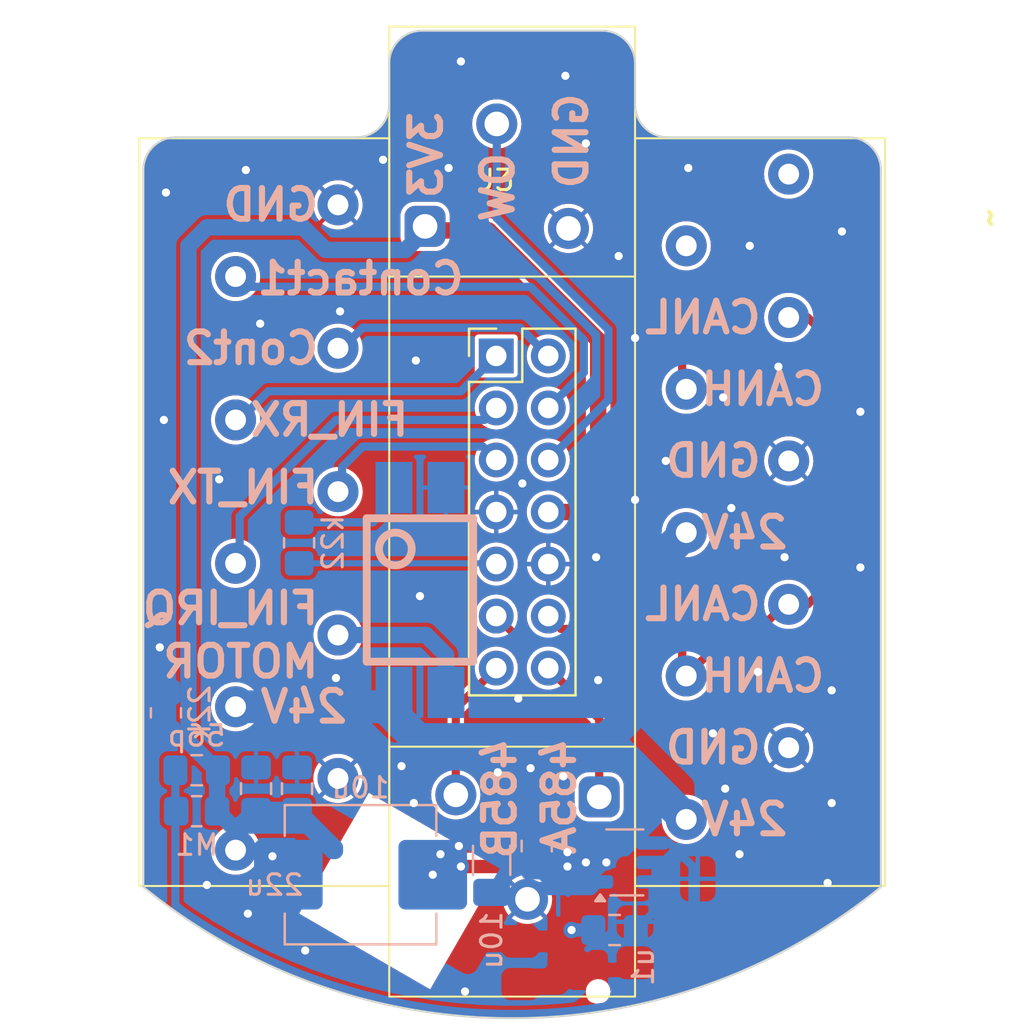
<source format=kicad_pcb>
(kicad_pcb (version 20240108) (generator "pcbnew") (generator_version "8.0")
  (layers (0 "F.Cu" signal) (31 "B.Cu" signal) (34 "B.Paste" user) (35 "F.Paste" user) (36 "B.SilkS" user "B.Silkscreen") (37 "F.SilkS" user "F.Silkscreen") (38 "B.Mask" user) (39 "F.Mask" user) (44 "Edge.Cuts" user))
  (net 0 "")
  (net 1 "RS485B")
  (net 2 "CANL")
  (net 3 "RS485A")
  (net 4 "CANH")
  (net 5 "GND")
  (net 6 "+3V3")
  (net 7 "+24V")
  (net 8 "/BOOT")
  (net 9 "/SW")
  (net 10 "/FB")
  (net 12 "ONE_WIRE")
  (net 13 "FINGER_RX")
  (net 16 "FINGER_TX")
  (net 17 "FINGER_IRQ")
  (net 18 "MOTOR1")
  (net 19 "Net-(R3-Pad1)")
  (net 20 "MOTOR")
  (net 21 "CONTACT1")
  (net 22 "CONTACT2")
  (footprint "liebler_CONN:WAGO_250_203A" (layer "F.Cu") (at 100 82.4 180)
    (property "Reference" "J3" (at 0.75 -1.4 180) (layer "F.SilkS"))
    (property "Value" "GND T0 T1")
    (fp_rect (start -6 -6.1) (end 6 6.1) (stroke (width 0.1)) (fill none) (layer "F.SilkS"))
    (pad "1" thru_hole roundrect (at 4.25 -3.65 180) (size 2 2) (drill 1.2) (layers "*.Cu" "*.Mask") (net 6 "+3V3"))
    (pad "2" thru_hole circle (at 0.75 1.35 180) (size 2 2) (drill 1.2) (layers "*.Cu" "*.Mask") (net 12 "ONE_WIRE"))
    (pad "3" thru_hole circle (at -2.75 -3.75 180) (size 2 2) (drill 1.2) (layers "*.Cu" "*.Mask") (net 5 "GND"))
  )
  (footprint "Connector_PinHeader_2.54mm:PinHeader_2x07_P2.54mm_Vertical" (layer "F.Cu") (at 99.225 92.375)
    (property "Reference" "J1" (hide yes))
    (property "Value" "BaseConnect")
    (fp_line (start -1.33 -1.33) (end 0 -1.33) (stroke (width 0.12)) (layer "F.SilkS"))
    (fp_line (start -1.33 0) (end -1.33 -1.33) (stroke (width 0.12)) (layer "F.SilkS"))
    (fp_line (start -1.33 1.27) (end -1.33 16.57) (stroke (width 0.12)) (layer "F.SilkS"))
    (fp_line (start -1.33 1.27) (end 1.27 1.27) (stroke (width 0.12)) (layer "F.SilkS"))
    (fp_line (start -1.33 16.57) (end 3.87 16.57) (stroke (width 0.12)) (layer "F.SilkS"))
    (fp_line (start 1.27 -1.33) (end 3.87 -1.33) (stroke (width 0.12)) (layer "F.SilkS"))
    (fp_line (start 1.27 1.27) (end 1.27 -1.33) (stroke (width 0.12)) (layer "F.SilkS"))
    (fp_line (start 3.87 -1.33) (end 3.87 16.57) (stroke (width 0.12)) (layer "F.SilkS"))
    (pad "1" thru_hole rect (at 0 0) (size 1.7 1.7) (drill 1) (layers "*.Cu" "*.Mask") (net 13 "FINGER_RX"))
    (pad "2" thru_hole oval (at 2.54 0) (size 1.7 1.7) (drill 1) (layers "*.Cu" "*.Mask") (net 22 "CONTACT2"))
    (pad "3" thru_hole oval (at 0 2.54) (size 1.7 1.7) (drill 1) (layers "*.Cu" "*.Mask") (net 17 "FINGER_IRQ"))
    (pad "4" thru_hole oval (at 2.54 2.54) (size 1.7 1.7) (drill 1) (layers "*.Cu" "*.Mask") (net 21 "CONTACT1"))
    (pad "5" thru_hole oval (at 0 5.08) (size 1.7 1.7) (drill 1) (layers "*.Cu" "*.Mask") (net 16 "FINGER_TX"))
    (pad "6" thru_hole oval (at 2.54 5.08) (size 1.7 1.7) (drill 1) (layers "*.Cu" "*.Mask") (net 12 "ONE_WIRE"))
    (pad "7" thru_hole oval (at 0 7.62) (size 1.7 1.7) (drill 1) (layers "*.Cu" "*.Mask") (net 5 "GND"))
    (pad "8" thru_hole oval (at 2.54 7.62) (size 1.7 1.7) (drill 1) (layers "*.Cu" "*.Mask") (net 6 "+3V3"))
    (pad "9" thru_hole oval (at 0 10.16) (size 1.7 1.7) (drill 1) (layers "*.Cu" "*.Mask") (net 20 "MOTOR"))
    (pad "10" thru_hole oval (at 2.54 10.16) (size 1.7 1.7) (drill 1) (layers "*.Cu" "*.Mask") (net 5 "GND"))
    (pad "11" thru_hole oval (at 0 12.7) (size 1.7 1.7) (drill 1) (layers "*.Cu" "*.Mask") (net 4 "CANH"))
    (pad "12" thru_hole oval (at 2.54 12.7) (size 1.7 1.7) (drill 1) (layers "*.Cu" "*.Mask") (net 2 "CANL"))
    (pad "13" thru_hole oval (at 0 15.24) (size 1.7 1.7) (drill 1) (layers "*.Cu" "*.Mask") (net 3 "RS485A"))
    (pad "14" thru_hole oval (at 2.54 15.24) (size 1.7 1.7) (drill 1) (layers "*.Cu" "*.Mask") (net 1 "RS485B"))
  )
  (footprint "liebler_CONN:WAGO_250-210" (layer "F.Cu") (at 112.2 100 90)
    (property "Reference" "J9" (hide yes))
    (property "Value" "~" (at 14.395166 11.099999 90) (layer "F.SilkS") (effects (font (size 1.4 1.3) (thickness 0.2))))
    (fp_rect (start -18.25 -6.2) (end 18.25 6) (stroke (width 0.1)) (fill none) (layer "F.SilkS"))
    (pad "1" thru_hole circle (at -15 -3.7 90) (size 2 2) (drill 1.016) (layers "*.Cu" "*.Mask") (net 7 "+24V"))
    (pad "2" thru_hole circle (at -11.5 1.3 90) (size 2 2) (drill 1.016) (layers "*.Cu" "*.Mask") (net 5 "GND"))
    (pad "3" thru_hole circle (at -7.999999 -3.7 90) (size 2 2) (drill 1.016) (layers "*.Cu" "*.Mask") (net 4 "CANH"))
    (pad "4" thru_hole circle (at -4.499996 1.3 90) (size 2 2) (drill 1.016) (layers "*.Cu" "*.Mask") (net 2 "CANL"))
    (pad "5" thru_hole circle (at -0.999995 -3.7 90) (size 2 2) (drill 1.016) (layers "*.Cu" "*.Mask") (net 7 "+24V"))
    (pad "6" thru_hole circle (at 2.500005 1.3 90) (size 2 2) (drill 1.016) (layers "*.Cu" "*.Mask") (net 5 "GND"))
    (pad "7" thru_hole circle (at 6.000006 -3.7 90) (size 2 2) (drill 1.016) (layers "*.Cu" "*.Mask") (net 4 "CANH"))
    (pad "8" thru_hole circle (at 9.500007 1.3 90) (size 2 2) (drill 1.016) (layers "*.Cu" "*.Mask") (net 2 "CANL"))
    (pad "9" thru_hole circle (at 13.000007 -3.7 90) (size 2 2) (drill 1.016) (layers "*.Cu" "*.Mask"))
    (pad "10" thru_hole circle (at 16.500008 1.3 90) (size 2 2) (drill 1.016) (layers "*.Cu" "*.Mask"))
  )
  (footprint "liebler_CONN:WAGO_250_203A" (layer "F.Cu") (at 100 117.55)
    (property "Reference" "J4" (hide yes))
    (property "Value" "A RS485 B")
    (fp_rect (start -6 -6.1) (end 6 6.1) (stroke (width 0.1)) (fill none) (layer "F.SilkS"))
    (pad "1" thru_hole roundrect (at 4.25 -3.65) (size 2 2) (drill 1.2) (layers "*.Cu" "*.Mask") (net 1 "RS485B"))
    (pad "2" thru_hole circle (at 0.75 1.35) (size 2 2) (drill 1.2) (layers "*.Cu" "*.Mask") (net 5 "GND"))
    (pad "3" thru_hole circle (at -2.75 -3.75) (size 2 2) (drill 1.2) (layers "*.Cu" "*.Mask") (net 3 "RS485A"))
  )
  (footprint "liebler_CONN:WAGO_250-210" (layer "F.Cu") (at 87.8 99.999999 -90)
    (property "Reference" "J2" (hide yes))
    (property "Value" "~")
    (fp_rect (start -18.25 -6.2) (end 18.25 6) (stroke (width 0.1)) (fill none) (layer "F.SilkS"))
    (pad "1" thru_hole circle (at -15 -3.7 270) (size 2 2) (drill 1.016) (layers "*.Cu" "*.Mask") (net 5 "GND"))
    (pad "2" thru_hole circle (at -11.5 1.3 270) (size 2 2) (drill 1.016) (layers "*.Cu" "*.Mask") (net 21 "CONTACT1"))
    (pad "3" thru_hole circle (at -7.999999 -3.7 270) (size 2 2) (drill 1.016) (layers "*.Cu" "*.Mask") (net 22 "CONTACT2"))
    (pad "4" thru_hole circle (at -4.499996 1.3 270) (size 2 2) (drill 1.016) (layers "*.Cu" "*.Mask") (net 13 "FINGER_RX"))
    (pad "5" thru_hole circle (at -0.999995 -3.7 270) (size 2 2) (drill 1.016) (layers "*.Cu" "*.Mask") (net 16 "FINGER_TX"))
    (pad "6" thru_hole circle (at 2.500005 1.3 270) (size 2 2) (drill 1.016) (layers "*.Cu" "*.Mask") (net 17 "FINGER_IRQ"))
    (pad "7" thru_hole circle (at 6.000006 -3.7 270) (size 2 2) (drill 1.016) (layers "*.Cu" "*.Mask") (net 18 "MOTOR1"))
    (pad "8" thru_hole circle (at 9.500007 1.3 270) (size 2 2) (drill 1.016) (layers "*.Cu" "*.Mask") (net 7 "+24V"))
    (pad "9" thru_hole circle (at 13.000007 -3.7 270) (size 2 2) (drill 1.016) (layers "*.Cu" "*.Mask") (net 5 "GND"))
    (pad "10" thru_hole circle (at 16.500008 1.3 270) (size 2 2) (drill 1.016) (layers "*.Cu" "*.Mask") (net 6 "+3V3"))
  )
  (footprint "Capacitor_SMD:C_0805_2012Metric_Pad1.18x1.45mm_HandSolder" (layer "B.Cu") (at 87.5 113.5 90)
    (property "Reference" "C4" (hide yes))
    (property "Value" "22u" (hide yes))
    (fp_line (start 0.261252 -0.735) (end -0.261252 -0.735) (stroke (width 0.12)) (layer "B.SilkS"))
    (fp_line (start 0.261252 0.735) (end -0.261252 0.735) (stroke (width 0.12)) (layer "B.SilkS"))
    (pad "1" smd roundrect (at -1.0375 0 90) (size 1.175 1.45) (layers "B.Cu" "B.Paste" "B.Mask") (roundrect_rratio 0.212766) (net 6 "+3V3"))
    (pad "2" smd roundrect (at 1.0375 0 90) (size 1.175 1.45) (layers "B.Cu" "B.Paste" "B.Mask") (roundrect_rratio 0.212766) (net 5 "GND"))
  )
  (footprint "Capacitor_SMD:C_0805_2012Metric_Pad1.18x1.45mm_HandSolder" (layer "B.Cu") (at 101.2 116.3 90)
    (property "Reference" "C6" (hide yes))
    (property "Value" "u1")
    (fp_line (start 0.261252 -0.735) (end -0.261252 -0.735) (stroke (width 0.12)) (layer "B.SilkS"))
    (fp_line (start 0.261252 0.735) (end -0.261252 0.735) (stroke (width 0.12)) (layer "B.SilkS"))
    (pad "1" smd roundrect (at -1.0375 0 90) (size 1.175 1.45) (layers "B.Cu" "B.Paste" "B.Mask") (roundrect_rratio 0.212766) (net 5 "GND"))
    (pad "2" smd roundrect (at 1.0375 0 90) (size 1.175 1.45) (layers "B.Cu" "B.Paste" "B.Mask") (roundrect_rratio 0.212766) (net 7 "+24V"))
  )
  (footprint "Capacitor_SMD:C_1206_3216Metric_Pad1.33x1.80mm_HandSolder" (layer "B.Cu") (at 99 117 90)
    (property "Reference" "C1" (hide yes))
    (property "Value" "10u" (at -3.9 0 90) (layer "B.SilkS") (effects (justify mirror)))
    (fp_line (start 0.711252 -0.91) (end -0.711252 -0.91) (stroke (width 0.12)) (layer "B.SilkS"))
    (fp_line (start 0.711252 0.91) (end -0.711252 0.91) (stroke (width 0.12)) (layer "B.SilkS"))
    (pad "1" smd roundrect (at -1.5625 0 90) (size 1.325 1.8) (layers "B.Cu" "B.Paste" "B.Mask") (roundrect_rratio 0.188679) (net 5 "GND"))
    (pad "2" smd roundrect (at 1.5625 0 90) (size 1.325 1.8) (layers "B.Cu" "B.Paste" "B.Mask") (roundrect_rratio 0.188679) (net 7 "+24V"))
  )
  (footprint "Capacitor_SMD:C_0805_2012Metric_Pad1.18x1.45mm_HandSolder" (layer "B.Cu") (at 84.6 112.6)
    (property "Reference" "C3" (hide yes))
    (property "Value" "56p" (at 0 -1.68 0) (layer "B.SilkS") (effects (justify mirror)))
    (fp_line (start 0.261252 -0.735) (end -0.261252 -0.735) (stroke (width 0.12)) (layer "B.SilkS"))
    (fp_line (start 0.261252 0.735) (end -0.261252 0.735) (stroke (width 0.12)) (layer "B.SilkS"))
    (pad "1" smd roundrect (at -1.0375 0) (size 1.175 1.45) (layers "B.Cu" "B.Paste" "B.Mask") (roundrect_rratio 0.212766) (net 10 "/FB"))
    (pad "2" smd roundrect (at 1.0375 0) (size 1.175 1.45) (layers "B.Cu" "B.Paste" "B.Mask") (roundrect_rratio 0.212766) (net 6 "+3V3"))
  )
  (footprint "Capacitor_SMD:C_0805_2012Metric_Pad1.18x1.45mm_HandSolder" (layer "B.Cu") (at 105 120.4 180)
    (property "Reference" "C2" (hide yes))
    (property "Value" "u1" (at -1.4 -1.8 90) (layer "B.SilkS") (effects (justify mirror)))
    (fp_line (start 0.261252 0.735) (end -0.261252 0.735) (stroke (width 0.12)) (layer "B.SilkS"))
    (fp_line (start 0.261252 -0.735) (end -0.261252 -0.735) (stroke (width 0.12)) (layer "B.SilkS"))
    (pad "1" smd roundrect (at -1.0375 0 180) (size 1.175 1.45) (layers "B.Cu" "B.Paste" "B.Mask") (roundrect_rratio 0.212766) (net 8 "/BOOT"))
    (pad "2" smd roundrect (at 1.0375 0 180) (size 1.175 1.45) (layers "B.Cu" "B.Paste" "B.Mask") (roundrect_rratio 0.212766) (net 9 "/SW"))
  )
  (footprint "liebler_SEMICONDUCTORS:mdip_4_handsolder" (layer "B.Cu") (at 95.5 103.8)
    (property "Reference" "U2" (hide yes))
    (property "Value" "PC817" (hide yes))
    (fp_line (start -2.6 -3.5) (end -2.6 3.5) (stroke (width 0.381)) (layer "B.SilkS"))
    (fp_line (start -2.6 3.5) (end 2.6 3.5) (stroke (width 0.381)) (layer "B.SilkS"))
    (fp_line (start 2.6 -3.5) (end -2.6 -3.5) (stroke (width 0.381)) (layer "B.SilkS"))
    (fp_line (start 2.6 3.5) (end 2.6 -3.5) (stroke (width 0.381)) (layer "B.SilkS"))
    (fp_circle (center -1.2 -2) (end -2 -2) (stroke (width 0.381)) (fill none) (layer "B.SilkS"))
    (pad "1" smd rect (at -1.27 -5) (size 1.8 2.5) (layers "B.Cu" "B.Paste" "B.Mask") (net 19 "Net-(R3-Pad1)"))
    (pad "2" smd rect (at 1.27 -5) (size 1.8 2.5) (layers "B.Cu" "B.Paste" "B.Mask") (net 5 "GND"))
    (pad "3" smd rect (at 1.27 5) (size 1.8 2.5) (layers "B.Cu" "B.Paste" "B.Mask") (net 18 "MOTOR1"))
    (pad "4" smd rect (at -1.27 5) (size 1.8 2.5) (layers "B.Cu" "B.Paste" "B.Mask") (net 7 "+24V"))
  )
  (footprint "Capacitor_SMD:C_0805_2012Metric_Pad1.18x1.45mm_HandSolder" (layer "B.Cu") (at 89.5 113.5 90)
    (property "Reference" "C5" (hide yes))
    (property "Value" "22u" (at -4.7 -1.1 0) (layer "B.SilkS") (effects (justify mirror)))
    (fp_line (start 0.261252 -0.735) (end -0.261252 -0.735) (stroke (width 0.12)) (layer "B.SilkS"))
    (fp_line (start 0.261252 0.735) (end -0.261252 0.735) (stroke (width 0.12)) (layer "B.SilkS"))
    (pad "1" smd roundrect (at -1.0375 0 90) (size 1.175 1.45) (layers "B.Cu" "B.Paste" "B.Mask") (roundrect_rratio 0.212766) (net 6 "+3V3"))
    (pad "2" smd roundrect (at 1.0375 0 90) (size 1.175 1.45) (layers "B.Cu" "B.Paste" "B.Mask") (roundrect_rratio 0.212766) (net 5 "GND"))
  )
  (footprint "Resistor_SMD:R_0805_2012Metric_Pad1.20x1.40mm_HandSolder" (layer "B.Cu") (at 83.1 109.8 -90)
    (property "Reference" "R2" (hide yes))
    (property "Value" "22k" (at 0 -1.65 90) (layer "B.SilkS") (effects (justify mirror)))
    (fp_line (start 0.227064 0.735) (end -0.227064 0.735) (stroke (width 0.12)) (layer "B.SilkS"))
    (fp_line (start 0.227064 -0.735) (end -0.227064 -0.735) (stroke (width 0.12)) (layer "B.SilkS"))
    (pad "1" smd roundrect (at -1 0 270) (size 1.2 1.4) (layers "B.Cu" "B.Paste" "B.Mask") (roundrect_rratio 0.208333) (net 5 "GND"))
    (pad "2" smd roundrect (at 1 0 270) (size 1.2 1.4) (layers "B.Cu" "B.Paste" "B.Mask") (roundrect_rratio 0.208333) (net 10 "/FB"))
  )
  (footprint "Resistor_SMD:R_0805_2012Metric_Pad1.20x1.40mm_HandSolder" (layer "B.Cu") (at 84.6 114.6 180)
    (property "Reference" "R1" (hide yes))
    (property "Value" "M1" (at 0 -1.65 0) (layer "B.SilkS") (effects (justify mirror)))
    (fp_line (start 0.227064 0.735) (end -0.227064 0.735) (stroke (width 0.12)) (layer "B.SilkS"))
    (fp_line (start 0.227064 -0.735) (end -0.227064 -0.735) (stroke (width 0.12)) (layer "B.SilkS"))
    (pad "1" smd roundrect (at -1 0 180) (size 1.2 1.4) (layers "B.Cu" "B.Paste" "B.Mask") (roundrect_rratio 0.208333) (net 6 "+3V3"))
    (pad "2" smd roundrect (at 1 0 180) (size 1.2 1.4) (layers "B.Cu" "B.Paste" "B.Mask") (roundrect_rratio 0.208333) (net 10 "/FB"))
  )
  (footprint "liebler_PASSIVES:L_0630" (layer "B.Cu") (at 92.6 117.7)
    (property "Reference" "L1" (hide yes))
    (property "Value" "10u" (at 0 -4.25 360) (layer "B.SilkS") (effects (justify mirror)))
    (fp_line (start -3.7 -3.4) (end -3.7 -1.9) (stroke (width 0.12)) (layer "B.SilkS"))
    (fp_line (start -3.7 -3.4) (end 3.7 -3.4) (stroke (width 0.12)) (layer "B.SilkS"))
    (fp_line (start -3.7 3.4) (end -3.7 1.9) (stroke (width 0.12)) (layer "B.SilkS"))
    (fp_line (start 3.7 -3.4) (end 3.7 -1.9) (stroke (width 0.12)) (layer "B.SilkS"))
    (fp_line (start 3.7 3.4) (end -3.7 3.4) (stroke (width 0.12)) (layer "B.SilkS"))
    (fp_line (start 3.7 3.4) (end 3.7 1.9) (stroke (width 0.12)) (layer "B.SilkS"))
    (pad "1" smd roundrect (at -3.525 0) (size 3.35 3.4) (layers "B.Cu" "B.Paste" "B.Mask") (roundrect_rratio 0.1) (net 6 "+3V3"))
    (pad "2" smd roundrect (at 3.525 0) (size 3.35 3.4) (layers "B.Cu" "B.Paste" "B.Mask") (roundrect_rratio 0.1) (net 9 "/SW"))
  )
  (footprint "Resistor_SMD:R_0805_2012Metric_Pad1.20x1.40mm_HandSolder" (layer "B.Cu") (at 89.6 101.5 -90)
    (property "Reference" "R3" (hide yes))
    (property "Value" "k22" (at 0 -1.65 90) (layer "B.SilkS") (effects (justify mirror)))
    (fp_line (start 0.227064 0.735) (end -0.227064 0.735) (stroke (width 0.12)) (layer "B.SilkS"))
    (fp_line (start 0.227064 -0.735) (end -0.227064 -0.735) (stroke (width 0.12)) (layer "B.SilkS"))
    (pad "1" smd roundrect (at -1 0 270) (size 1.2 1.4) (layers "B.Cu" "B.Paste" "B.Mask") (roundrect_rratio 0.208333) (net 19 "Net-(R3-Pad1)"))
    (pad "2" smd roundrect (at 1 0 270) (size 1.2 1.4) (layers "B.Cu" "B.Paste" "B.Mask") (roundrect_rratio 0.208333) (net 20 "MOTOR"))
  )
  (footprint "Package_TO_SOT_SMD:SOT-23-6_Handsoldering" (layer "B.Cu") (at 105.5 117.1)
    (property "Reference" "U1" (hide yes))
    (property "Value" "TPS54202DDC")
    (fp_line (start -0.7 1.61) (end 0.1 1.61) (stroke (width 0.12)) (layer "B.SilkS"))
    (fp_line (start 0.9 -1.61) (end -0.9 -1.61) (stroke (width 0.12)) (layer "B.SilkS"))
    (fp_line (start 0.9 1.61) (end 0.1 1.61) (stroke (width 0.12)) (layer "B.SilkS"))
    (fp_poly (pts (xy -1.2 1.56) (xy -1.44 1.89) (xy -0.96 1.89) (xy -1.2 1.56)) (stroke (width 0.12)) (fill solid) (layer "B.SilkS"))
    (pad "1" smd roundrect (at -1.35 0.95) (size 1.56 0.65) (layers "B.Cu" "B.Paste" "B.Mask") (net 5 "GND"))
    (pad "2" smd roundrect (at -1.35 0) (size 1.56 0.65) (layers "B.Cu" "B.Paste" "B.Mask") (net 9 "/SW"))
    (pad "3" smd roundrect (at -1.35 -0.95) (size 1.56 0.65) (layers "B.Cu" "B.Paste" "B.Mask") (net 7 "+24V"))
    (pad "4" smd roundrect (at 1.35 -0.95) (size 1.56 0.65) (layers "B.Cu" "B.Paste" "B.Mask") (net 10 "/FB"))
    (pad "5" smd roundrect (at 1.35 0) (size 1.56 0.65) (layers "B.Cu" "B.Paste" "B.Mask"))
    (pad "6" smd roundrect (at 1.35 0.95) (size 1.56 0.65) (layers "B.Cu" "B.Paste" "B.Mask") (net 8 "/BOOT"))
  )
  (gr_line (start 106 80.1) (end 106 78.1) (stroke (width 0.1)) (layer "Edge.Cuts"))
  (gr_line (start 118 83.3) (end 117.999999 118.299999) (stroke (width 0.1)) (layer "Edge.Cuts"))
  (gr_line (start 94 80.1) (end 94 78.1) (stroke (width 0.1)) (layer "Edge.Cuts"))
  (gr_arc (start 94 78.1) (mid 94.468629 76.968629) (end 95.6 76.5) (stroke (width 0.1)) (layer "Edge.Cuts"))
  (gr_arc (start 104.4 76.5) (mid 105.531371 76.968629) (end 106 78.1) (stroke (width 0.1)) (layer "Edge.Cuts"))
  (gr_arc (start 116.4 81.7) (mid 117.531371 82.168629) (end 118 83.3) (stroke (width 0.1)) (layer "Edge.Cuts"))
  (gr_line (start 92.4 81.7) (end 83.6 81.7) (stroke (width 0.1)) (layer "Edge.Cuts"))
  (gr_line (start 116.4 81.7) (end 107.6 81.7) (stroke (width 0.1)) (layer "Edge.Cuts"))
  (gr_line (start 95.6 76.5) (end 104.4 76.5) (stroke (width 0.1)) (layer "Edge.Cuts"))
  (gr_arc (start 107.6 81.7) (mid 106.468629 81.231371) (end 106 80.1) (stroke (width 0.1)) (layer "Edge.Cuts"))
  (gr_arc (start 94 80.1) (mid 93.531371 81.231371) (end 92.4 81.7) (stroke (width 0.1)) (layer "Edge.Cuts"))
  (gr_line (start 82 118.3) (end 82 83.3) (stroke (width 0.1)) (layer "Edge.Cuts"))
  (gr_arc (start 117.999999 118.299999) (mid 100 124.702805) (end 82.000001 118.299999) (stroke (width 0.1)) (layer "Edge.Cuts"))
  (gr_arc (start 82 83.3) (mid 82.468629 82.168629) (end 83.6 81.7) (stroke (width 0.1)) (layer "Edge.Cuts"))
  (gr_text "FIN_RX" (at 95.1 95.5 0) (layer "B.SilkS") (effects (font (size 1.5 1.5) (thickness 0.3) (bold yes)) (justify left mirror)))
  (gr_text "24V" (at 92.1 109.5 0) (layer "B.SilkS") (effects (font (size 1.5 1.5) (thickness 0.3) (bold yes)) (justify left mirror)))
  (gr_text "485A" (at 102.3 110.9 90) (layer "B.SilkS") (effects (font (size 1.5 1.5) (thickness 0.3) (bold yes)) (justify left mirror)))
  (gr_text "Contact1" (at 97.8 88.6 0) (layer "B.SilkS") (effects (font (size 1.5 1.5) (thickness 0.3) (bold yes)) (justify left mirror)))
  (gr_text "CANH" (at 115.4 94 0) (layer "B.SilkS") (effects (font (size 1.5 1.5) (thickness 0.3) (bold yes)) (justify left mirror)))
  (gr_text "FIN_IRQ" (at 90.7 104.7 0) (layer "B.SilkS") (effects (font (size 1.5 1.5) (thickness 0.3) (bold yes)) (justify left mirror)))
  (gr_text "Cont2" (at 90.7 92 0) (layer "B.SilkS") (effects (font (size 1.5 1.5) (thickness 0.3) (bold yes)) (justify left mirror)))
  (gr_text "GND" (at 112.3 97.5 0) (layer "B.SilkS") (effects (font (size 1.5 1.5) (thickness 0.3) (bold yes)) (justify left mirror)))
  (gr_text "CANL" (at 112.3 90.5 0) (layer "B.SilkS") (effects (font (size 1.5 1.5) (thickness 0.3) (bold yes)) (justify left mirror)))
  (gr_text "485B" (at 99.4 110.9 90) (layer "B.SilkS") (effects (font (size 1.5 1.5) (thickness 0.3) (bold yes)) (justify left mirror)))
  (gr_text "MOTOR" (at 90.7 107.3 0) (layer "B.SilkS") (effects (font (size 1.5 1.5) (thickness 0.3) (bold yes)) (justify left mirror)))
  (gr_text "GND" (at 112.3 111.5 0) (layer "B.SilkS") (effects (font (size 1.5 1.5) (thickness 0.3) (bold yes)) (justify left mirror)))
  (gr_text "GND" (at 90.7 85 0) (layer "B.SilkS") (effects (font (size 1.5 1.5) (thickness 0.3) (bold yes)) (justify left mirror)))
  (gr_text "OW" (at 99.3 82.3 90) (layer "B.SilkS") (effects (font (size 1.5 1.5) (thickness 0.3) (bold yes)) (justify left mirror)))
  (gr_text "GND" (at 102.9 79.4 90) (layer "B.SilkS") (effects (font (size 1.5 1.5) (thickness 0.3) (bold yes)) (justify left mirror)))
  (gr_text "24V" (at 113.6 115 0) (layer "B.SilkS") (effects (font (size 1.5 1.5) (thickness 0.3) (bold yes)) (justify left mirror)))
  (gr_text "FIN_TX" (at 90.7 98.8 0) (layer "B.SilkS") (effects (font (size 1.5 1.5) (thickness 0.3) (bold yes)) (justify left mirror)))
  (gr_text "24V" (at 113.6 101 0) (layer "B.SilkS") (effects (font (size 1.5 1.5) (thickness 0.3) (bold yes)) (justify left mirror)))
  (gr_text "3V3" (at 95.8 80.3 90) (layer "B.SilkS") (effects (font (size 1.5 1.5) (thickness 0.3) (bold yes)) (justify left mirror)))
  (gr_text "CANL" (at 112.3 104.5 0) (layer "B.SilkS") (effects (font (size 1.5 1.5) (thickness 0.3) (bold yes)) (justify left mirror)))
  (gr_text "CANH" (at 115.4 108 0) (layer "B.SilkS") (effects (font (size 1.5 1.5) (thickness 0.3) (bold yes)) (justify left mirror)))
  (segment (start 104.25 113.75) (end 104.25 110.1) (width 0.4) (layer "F.Cu") (net 1))
  (segment (start 104.25 110.1) (end 101.765 107.615) (width 0.4) (layer "F.Cu") (net 1))
  (segment (start 115.3 91.368622) (end 114.431371 90.499993) (width 0.4) (layer "F.Cu") (net 2))
  (segment (start 114.431371 104.499996) (end 115.3 103.631367) (width 0.4) (layer "F.Cu") (net 2))
  (segment (start 115.3 103.631367) (end 115.3 91.368622) (width 0.4) (layer "F.Cu") (net 2))
  (segment (start 113.3 104.499996) (end 114.431371 104.499996) (width 0.4) (layer "F.Cu") (net 2))
  (segment (start 109.051476 105.299996) (end 112.5 105.299996) (width 0.4) (layer "F.Cu") (net 2))
  (segment (start 101.765 105.075) (end 102.39 105.7) (width 0.4) (layer "F.Cu") (net 2))
  (segment (start 114.431371 90.499993) (end 113.3 90.499993) (width 0.4) (layer "F.Cu") (net 2))
  (segment (start 108.651472 105.7) (end 109.051476 105.299996) (width 0.4) (layer "F.Cu") (net 2))
  (segment (start 102.39 105.7) (end 108.651472 105.7) (width 0.4) (layer "F.Cu") (net 2))
  (segment (start 112.5 105.299996) (end 113.3 104.499996) (width 0.4) (layer "F.Cu") (net 2))
  (segment (start 99.225 107.615) (end 97.25 109.59) (width 0.4) (layer "F.Cu") (net 3))
  (segment (start 97.25 109.59) (end 97.25 113.65) (width 0.4) (layer "F.Cu") (net 3))
  (segment (start 115.9 104.079895) (end 115.9 90.920094) (width 0.4) (layer "F.Cu") (net 4))
  (segment (start 115.9 90.920094) (end 114.079899 89.099993) (width 0.4) (layer "F.Cu") (net 4))
  (segment (start 108.3 106.8) (end 108.3 107.999999) (width 0.4) (layer "F.Cu") (net 4))
  (segment (start 110.600003 105.899996) (end 114.079899 105.899996) (width 0.4) (layer "F.Cu") (net 4))
  (segment (start 99.225 105.075) (end 100.515 106.365) (width 0.4) (layer "F.Cu") (net 4))
  (segment (start 107.865 106.365) (end 108.3 106.8) (width 0.4) (layer "F.Cu") (net 4))
  (segment (start 111.785788 89.099993) (end 108.3 92.585781) (width 0.4) (layer "F.Cu") (net 4))
  (segment (start 108.3 92.585781) (end 108.3 93.999994) (width 0.4) (layer "F.Cu") (net 4))
  (segment (start 114.079899 89.099993) (end 111.785788 89.099993) (width 0.4) (layer "F.Cu") (net 4))
  (segment (start 114.079899 105.899996) (end 115.9 104.079895) (width 0.4) (layer "F.Cu") (net 4))
  (segment (start 100.515 106.365) (end 107.865 106.365) (width 0.4) (layer "F.Cu") (net 4))
  (segment (start 108.3 107.999999) (end 108.3 106.9) (width 0.4) (layer "F.Cu") (net 4))
  (segment (start 108.5 107.999999) (end 110.600003 105.899996) (width 0.4) (layer "F.Cu") (net 4))
  (via (at 115.4 118.1) (size 0.8) (drill 0.4) (layers "F.Cu" "B.Cu") (net 5))
  (via (at 106 91.5) (size 0.8) (drill 0.4) (layers "F.Cu" "B.Cu") (net 5))
  (via (at 110.7 99.8) (size 0.8) (drill 0.4) (layers "F.Cu" "B.Cu") (net 5))
  (via (at 113.3 102.2) (size 0.8) (drill 0.4) (layers "F.Cu" "B.Cu") (net 5))
  (via (at 110.3 94.4) (size 0.8) (drill 0.4) (layers "F.Cu" "B.Cu") (net 5))
  (via (at 85.7 98.4) (size 0.8) (drill 0.4) (layers "F.Cu" "B.Cu") (net 5))
  (via (at 93.7 82.8) (size 0.8) (drill 0.4) (layers "F.Cu" "B.Cu") (net 5))
  (via (at 116.1 86.3) (size 0.8) (drill 0.4) (layers "F.Cu" "B.Cu") (net 5))
  (via (at 111.6 87) (size 0.8) (drill 0.4) (layers "F.Cu" "B.Cu") (net 5))
  (via (at 104.2 108.2) (size 0.8) (drill 0.4) (layers "F.Cu" "B.Cu") (net 5))
  (via (at 94.6 112.4) (size 0.8) (drill 0.4) (layers "F.Cu" "B.Cu") (net 5))
  (via (at 104.1 102.2) (size 0.8) (drill 0.4) (layers "F.Cu" "B.Cu") (net 5))
  (via (at 100.9 112.5) (size 0.8) (drill 0.4) (layers "F.Cu" "B.Cu") (net 5))
  (via (at 105.2 87.5) (size 0.8) (drill 0.4) (layers "F.Cu" "B.Cu") (net 5))
  (via (at 102.5 112.9) (size 0.8) (drill 0.4) (layers "F.Cu" "B.Cu") (net 5))
  (via (at 111.1 116.7) (size 0.8) (drill 0.4) (layers "F.Cu" "B.Cu") (net 5))
  (via (at 97.7 123.4) (size 0.8) (drill 0.4) (layers "F.Cu" "B.Cu") (net 5))
  (via (at 115.6 108.7) (size 0.8) (drill 0.4) (layers "F.Cu" "B.Cu") (net 5))
  (via (at 95.2 114.2) (size 0.8) (drill 0.4) (layers "F.Cu" "B.Cu") (net 5))
  (via (at 103.6 82) (size 0.8) (drill 0.4) (layers "F.Cu" "B.Cu") (net 5))
  (via (at 106 99.4) (size 0.8) (drill 0.4) (layers "F.Cu" "B.Cu") (net 5))
  (via (at 89.9 121.4) (size 0.8) (drill 0.4) (layers "F.Cu" "B.Cu") (net 5))
  (via (at 83.1 84.4) (size 0.8) (drill 0.4) (layers "F.Cu" "B.Cu") (net 5))
  (via (at 110.4 113.5) (size 0.8) (drill 0.4) (layers "F.Cu" "B.Cu") (net 5))
  (via (at 96.9 83.2) (size 0.8) (drill 0.4) (layers "F.Cu" "B.Cu") (net 5))
  (via (at 83 95.5) (size 0.8) (drill 0.4) (layers "F.Cu" "B.Cu") (net 5))
  (via (at 91.6 90.2) (size 0.8) (drill 0.4) (layers "F.Cu" "B.Cu") (net 5))
  (via (at 117 95.1) (size 0.8) (drill 0.4) (layers "F.Cu" "B.Cu") (net 5))
  (via (at 108.6 83.2) (size 0.8) (drill 0.4) (layers "F.Cu" "B.Cu") (net 5))
  (via (at 117 102.7) (size 0.8) (drill 0.4) (layers "F.Cu" "B.Cu") (net 5))
  (via (at 95.5 104.1) (size 0.8) (drill 0.4) (layers "F.Cu" "B.Cu") (net 5))
  (via (at 100.5 98.6) (size 0.8) (drill 0.4) (layers "F.Cu" "B.Cu") (net 5))
  (via (at 109.8 110.8) (size 0.8) (drill 0.4) (layers "F.Cu" "B.Cu") (net 5))
  (via (at 91.4 108.1) (size 0.8) (drill 0.4) (layers "F.Cu" "B.Cu") (net 5))
  (via (at 112 107.8) (size 0.8) (drill 0.4) (layers "F.Cu" "B.Cu") (net 5))
  (via (at 97.5 78) (size 0.8) (drill 0.4) (layers "F.Cu" "B.Cu") (net 5))
  (via (at 87.1 119.6) (size 0.8) (drill 0.4) (layers "F.Cu" "B.Cu") (net 5))
  (via (at 87.7 90.8) (size 0.8) (drill 0.4) (layers "F.Cu" "B.Cu") (net 5))
  (via (at 82.8 106.6) (size 0.8) (drill 0.4) (layers "F.Cu" "B.Cu") (net 5))
  (via (at 85.1 118.2) (size 0.8) (drill 0.4) (layers "F.Cu" "B.Cu") (net 5))
  (via (at 102.6 78.7) (size 0.8) (drill 0.4) (layers "F.Cu" "B.Cu") (net 5))
  (via (at 99.3 112.7) (size 0.8) (drill 0.4) (layers "F.Cu" "B.Cu") (net 5))
  (via (at 100.3 109.1) (size 0.8) (drill 0.4) (layers "F.Cu" "B.Cu") (net 5))
  (via (at 87 83.3) (size 0.8) (drill 0.4) (layers "F.Cu" "B.Cu") (net 5))
  (via (at 107.5 97.5) (size 0.8) (drill 0.4) (layers "F.Cu" "B.Cu") (net 5))
  (via (at 113 92.9) (size 0.8) (drill 0.4) (layers "F.Cu" "B.Cu") (net 5))
  (via (at 88.3 116.8) (size 0.8) (drill 0.4) (layers "F.Cu" "B.Cu") (net 5))
  (via (at 95.3 92.6) (size 0.8) (drill 0.4) (layers "F.Cu" "B.Cu") (net 5))
  (via (at 115.6 114.2) (size 0.8) (drill 0.4) (layers "F.Cu" "B.Cu") (net 5))
  (segment (start 103.825 118.375) (end 102.6 118.375) (width 0.65) (layer "B.Cu") (net 5))
  (segment (start 102.2375 118.375) (end 101.2 117.3375) (width 0.65) (layer "B.Cu") (net 5))
  (segment (start 102.6 118.375) (end 101.275 118.375) (width 0.65) (layer "B.Cu") (net 5))
  (segment (start 104.15 118.05) (end 103.825 118.375) (width 0.65) (layer "B.Cu") (net 5))
  (segment (start 101.275 118.375) (end 100.75 118.9) (width 0.65) (layer "B.Cu") (net 5))
  (segment (start 102.6 118.375) (end 102.2375 118.375) (width 0.65) (layer "B.Cu") (net 5))
  (segment (start 98.85 86.25) (end 95.75 86.25) (width 0.8) (layer "F.Cu") (net 6))
  (segment (start 101.765 99.995) (end 103.405 99.995) (width 0.8) (layer "F.Cu") (net 6))
  (segment (start 104.2 99.2) (end 104.2 91.6) (width 0.8) (layer "F.Cu") (net 6))
  (segment (start 104.2 91.6) (end 98.85 86.25) (width 0.8) (layer "F.Cu") (net 6))
  (segment (start 103.405 99.995) (end 104.2 99.2) (width 0.8) (layer "F.Cu") (net 6))
  (segment (start 86.3 115.3) (end 85.6 114.6) (width 0.8) (layer "B.Cu") (net 6))
  (segment (start 91.34726 116.5375) (end 91.34726 116.38476) (width 0.8) (layer "B.Cu") (net 6))
  (segment (start 91.34726 116.38476) (end 89.5 114.5375) (width 0.8) (layer "B.Cu") (net 6))
  (segment (start 84.2 111.21599) (end 84.2 87) (width 0.8) (layer "B.Cu") (net 6))
  (segment (start 90.10976 115.3) (end 86.3 115.3) (width 0.8) (layer "B.Cu") (net 6))
  (segment (start 84.2 87) (end 85.1 86.1) (width 0.8) (layer "B.Cu") (net 6))
  (segment (start 85.6 112.61599) (end 84.2 111.21599) (width 0.8) (layer "B.Cu") (net 6))
  (segment (start 85.1 86.1) (end 89.8 86.1) (width 0.8) (layer "B.Cu") (net 6))
  (segment (start 90.9 87.2) (end 94.8 87.2) (width 0.8) (layer "B.Cu") (net 6))
  (segment (start 91.24726 116.5375) (end 91.34726 116.5375) (width 0.8) (layer "B.Cu") (net 6))
  (segment (start 87.4625 114.5375) (end 86.7 115.3) (width 0.8) (layer "B.Cu") (net 6))
  (segment (start 91.34726 116.5375) (end 90.10976 115.3) (width 0.8) (layer "B.Cu") (net 6))
  (segment (start 89.24726 114.5375) (end 91.24726 116.5375) (width 0.8) (layer "B.Cu") (net 6))
  (segment (start 89.8 86.1) (end 90.9 87.2) (width 0.8) (layer "B.Cu") (net 6))
  (segment (start 94.8 87.2) (end 95.75 86.25) (width 0.8) (layer "B.Cu") (net 6))
  (segment (start 87.5 114.5375) (end 87.4625 114.5375) (width 0.8) (layer "B.Cu") (net 6))
  (segment (start 87.5 114.5375) (end 89.24726 114.5375) (width 0.8) (layer "B.Cu") (net 6))
  (segment (start 86.7 115.3) (end 86.7 116.500008) (width 0.8) (layer "B.Cu") (net 6))
  (segment (start 85.6 114.6) (end 85.6 112.61599) (width 0.8) (layer "B.Cu") (net 6))
  (segment (start 95.4 111.1) (end 104.6 111.1) (width 1.6) (layer "B.Cu") (net 7))
  (segment (start 103.375 115.375) (end 101.3125 115.375) (width 0.65) (layer "B.Cu") (net 7))
  (segment (start 99.175 115.2625) (end 99 115.4375) (width 0.65) (layer "B.Cu") (net 7))
  (segment (start 104.15 116.15) (end 103.375 115.375) (width 0.65) (layer "B.Cu") (net 7))
  (segment (start 108.5 100.999995) (end 105.6 103.899995) (width 1.6) (layer "B.Cu") (net 7))
  (segment (start 101.2 115.2625) (end 99.175 115.2625) (width 0.65) (layer "B.Cu") (net 7))
  (segment (start 93.800006 109.500006) (end 95.4 111.1) (width 1.6) (layer "B.Cu") (net 7))
  (segment (start 105.6 103.899995) (end 105.6 110.1) (width 1.6) (layer "B.Cu") (net 7))
  (segment (start 94.23 109.63) (end 94.23 108.8) (width 0.8) (layer "B.Cu") (net 7))
  (segment (start 101.3125 115.375) (end 101.2 115.2625) (width 0.65) (layer "B.Cu") (net 7))
  (segment (start 104.6 111.1) (end 108.5 115) (width 1.6) (layer "B.Cu") (net 7))
  (segment (start 86.5 109.500006) (end 93.800006 109.500006) (width 1.6) (layer "B.Cu") (net 7))
  (segment (start 105.6 110.1) (end 104.6 111.1) (width 1.6) (layer "B.Cu") (net 7))
  (segment (start 106.85 119.5875) (end 106.0375 120.4) (width 0.4) (layer "B.Cu") (net 8))
  (segment (start 106.85 118.05) (end 106.85 119.5875) (width 0.4) (layer "B.Cu") (net 8))
  (segment (start 96.5 117.325) (end 96.125 117.7) (width 0.65) (layer "F.Cu") (net 9))
  (segment (start 97.525 116.3) (end 97.525 116.3) (width 0.65) (layer "F.Cu") (net 9))
  (segment (start 97.5 117.3) (end 96.525 117.3) (width 0.65) (layer "F.Cu") (net 9))
  (segment (start 97.125 116.7) (end 96.5 116.7) (width 0.65) (layer "F.Cu") (net 9))
  (segment (start 103.2 117.1) (end 102.7 116.6) (width 0.65) (layer "F.Cu") (net 9))
  (segment (start 97.4 116.425) (end 97.125 116.7) (width 0.65) (layer "F.Cu") (net 9))
  (segment (start 102.9 117.1) (end 102.7 117.3) (width 0.65) (layer "F.Cu") (net 9))
  (segment (start 102.7 117.3) (end 97.5 117.3) (width 0.65) (layer "F.Cu") (net 9))
  (segment (start 96.5 116.7) (end 96.5 117.325) (width 0.65) (layer "F.Cu") (net 9))
  (segment (start 103.6 117.1) (end 103.2 117.1) (width 0.65) (layer "F.Cu") (net 9))
  (segment (start 97.4 116.3) (end 97.4 116.425) (width 0.65) (layer "F.Cu") (net 9))
  (segment (start 103.6 117.1) (end 102.9 117.1) (width 0.65) (layer "F.Cu") (net 9))
  (segment (start 102.9 117.5) (end 102.7 117.3) (width 0.65) (layer "F.Cu") (net 9))
  (segment (start 102.4 116.3) (end 97.525 116.3) (width 0.65) (layer "F.Cu") (net 9))
  (segment (start 102.9 120.4) (end 102.9 117.5) (width 0.65) (layer "F.Cu") (net 9))
  (segment (start 102.7 116.6) (end 102.4 116.3) (width 0.65) (layer "F.Cu") (net 9))
  (segment (start 97.525 116.3) (end 97.4 116.3) (width 0.65) (layer "F.Cu") (net 9))
  (segment (start 96.525 117.3) (end 96.125 117.7) (width 0.65) (layer "F.Cu") (net 9))
  (segment (start 104.6 117.1) (end 103.6 117.1) (width 0.65) (layer "F.Cu") (net 9))
  (via (at 102.7 117.3) (size 0.8) (drill 0.4) (layers "F.Cu" "B.Cu") (net 9))
  (via (at 102.9 120.4) (size 0.8) (drill 0.4) (layers "F.Cu" "B.Cu") (net 9))
  (via (at 97.4 116.3) (size 0.8) (drill 0.4) (layers "F.Cu" "B.Cu") (net 9))
  (via (at 103.6 117.1) (size 0.8) (drill 0.4) (layers "F.Cu" "B.Cu") (net 9))
  (via (at 104.6 117.1) (size 0.8) (drill 0.4) (layers "F.Cu" "B.Cu") (net 9))
  (via (at 102.7 116.6) (size 0.8) (drill 0.4) (layers "F.Cu" "B.Cu") (net 9))
  (via (at 96.125 117.7) (size 0.8) (drill 0.4) (layers "F.Cu" "B.Cu") (net 9))
  (via (at 97.5 117.3) (size 0.8) (drill 0.4) (layers "F.Cu" "B.Cu") (net 9))
  (via (at 96.5 116.7) (size 0.8) (drill 0.4) (layers "F.Cu" "B.Cu") (net 9))
  (segment (start 104.15 117.1) (end 104.6 117.1) (width 0.65) (layer "B.Cu") (net 9))
  (segment (start 102.7 116.6) (end 103.2 117.1) (width 0.65) (layer "B.Cu") (net 9))
  (segment (start 103.9625 120.4) (end 102.9 120.4) (width 0.65) (layer "B.Cu") (net 9))
  (segment (start 103.2 117.1) (end 104.15 117.1) (width 0.65) (layer "B.Cu") (net 9))
  (segment (start 87.06575 121.371712) (end 86.119492 120.862551) (width 0.4) (layer "B.Cu") (net 10))
  (segment (start 108.8 117.279899) (end 108.8 122.862329) (width 0.4) (layer "B.Cu") (net 10))
  (segment (start 105.725569 123.912691) (end 105.725568 123.912691) (width 0.4) (layer "B.Cu") (net 10))
  (segment (start 91.023366 123.038963) (end 90.0109 122.678817) (width 0.4) (layer "B.Cu") (net 10))
  (segment (start 84.288292 119.738312) (end 83.796075 119.396075) (width 0.4) (layer "B.Cu") (net 10))
  (segment (start 104.812385 124.088185) (end 103.750164 124.250779) (width 0.4) (layer "B.Cu") (net 10))
  (segment (start 95.187615 124.088185) (end 94.132349 123.885386) (width 0.4) (layer "B.Cu") (net 10))
  (segment (start 92.048718 123.360395) (end 91.023366 123.038963) (width 0.4) (layer "B.Cu") (net 10))
  (segment (start 93.085546 123.642672) (end 92.048718 123.360395) (width 0.4) (layer "B.Cu") (net 10))
  (segment (start 103.255084 124.307422) (end 102.68257 124.372925) (width 0.4) (layer "B.Cu") (net 10))
  (segment (start 98.388917 124.454457) (end 97.31743 124.372925) (width 0.4) (layer "B.Cu") (net 10))
  (segment (start 108.8 122.862329) (end 108.976634 123.038963) (width 0.4) (layer "B.Cu") (net 10))
  (segment (start 105.867651 123.885386) (end 105.725569 123.912691) (width 0.4) (layer "B.Cu") (net 10))
  (segment (start 94.132349 123.885386) (end 93.085546 123.642672) (width 0.4) (layer "B.Cu") (net 10))
  (segment (start 86.119492 120.862551) (end 85.193206 120.31781) (width 0.4) (layer "B.Cu") (net 10))
  (segment (start 103.255087 124.307422) (end 103.255084 124.307422) (width 0.4) (layer "B.Cu") (net 10))
  (segment (start 100.537294 124.495251) (end 99.462706 124.495251) (width 0.4) (layer "B.Cu") (net 10))
  (segment (start 97.31743 124.372925) (end 96.249836 124.250779) (width 0.4) (layer "B.Cu") (net 10))
  (segment (start 101.611083 124.454457) (end 100.537294 124.495251) (width 0.4) (layer "B.Cu") (net 10))
  (segment (start 106.85 116.15) (end 107.670101 116.15) (width 0.4) (layer "B.Cu") (net 10))
  (segment (start 107.951282 123.360395) (end 106.914454 123.642672) (width 0.4) (layer "B.Cu") (net 10))
  (segment (start 88.030703 121.844607) (end 87.06575 121.371712) (width 0.4) (layer "B.Cu") (net 10))
  (segment (start 102.68257 124.372925) (end 101.611083 124.454457) (width 0.4) (layer "B.Cu") (net 10))
  (segment (start 83.5625 119.1625) (end 83.5625 112.6) (width 0.4) (layer "B.Cu") (net 10))
  (segment (start 90.0109 122.678817) (end 89.012879 122.280511) (width 0.4) (layer "B.Cu") (net 10))
  (segment (start 89.012879 122.280511) (end 88.030703 121.844607) (width 0.4) (layer "B.Cu") (net 10))
  (segment (start 108.976634 123.038963) (end 107.951282 123.360395) (width 0.4) (layer "B.Cu") (net 10))
  (segment (start 83.796075 119.396075) (end 83.5625 119.1625) (width 0.4) (layer "B.Cu") (net 10))
  (segment (start 99.462706 124.495251) (end 98.388917 124.454457) (width 0.4) (layer "B.Cu") (net 10))
  (segment (start 96.249836 124.250779) (end 95.187615 124.088185) (width 0.4) (layer "B.Cu") (net 10))
  (segment (start 106.914454 123.642672) (end 105.867651 123.885386) (width 0.4) (layer "B.Cu") (net 10))
  (segment (start 103.750164 124.250779) (end 103.255087 124.307422) (width 0.4) (layer "B.Cu") (net 10))
  (segment (start 107.670101 116.15) (end 108.8 117.279899) (width 0.4) (layer "B.Cu") (net 10))
  (segment (start 105.725568 123.912691) (end 104.812385 124.088185) (width 0.4) (layer "B.Cu") (net 10))
  (segment (start 85.193206 120.31781) (end 84.288292 119.738312) (width 0.4) (layer "B.Cu") (net 10))
  (segment (start 104.7 91.1) (end 104.7 94.52) (width 0.4) (layer "B.Cu") (net 12))
  (segment (start 99.25 85.65) (end 104.7 91.1) (width 0.4) (layer "B.Cu") (net 12))
  (segment (start 104.7 94.52) (end 101.765 97.455) (width 0.4) (layer "B.Cu") (net 12))
  (segment (start 99.25 81.25) (end 99.25 85.65) (width 0.4) (layer "B.Cu") (net 12))
  (segment (start 88.100004 94.1) (end 97.5 94.1) (width 0.4) (layer "B.Cu") (net 13))
  (segment (start 86.7 95.500004) (end 88.100004 94.1) (width 0.4) (layer "B.Cu") (net 13))
  (segment (start 97.5 94.1) (end 99.225 92.375) (width 0.4) (layer "B.Cu") (net 13))
  (segment (start 98.57 96.8) (end 99.225 97.455) (width 0.4) (layer "B.Cu") (net 16))
  (segment (start 91.7 97.8) (end 92.7 96.8) (width 0.4) (layer "B.Cu") (net 16))
  (segment (start 92.7 96.8) (end 98.57 96.8) (width 0.4) (layer "B.Cu") (net 16))
  (segment (start 91.7 99.000005) (end 91.7 97.8) (width 0.4) (layer "B.Cu") (net 16))
  (segment (start 86.7 100.2) (end 91.4 95.5) (width 0.4) (layer "B.Cu") (net 17))
  (segment (start 86.7 102.500005) (end 86.7 100.2) (width 0.4) (layer "B.Cu") (net 17))
  (segment (start 98.64 95.5) (end 99.225 94.915) (width 0.4) (layer "B.Cu") (net 17))
  (segment (start 91.4 95.5) (end 98.64 95.5) (width 0.4) (layer "B.Cu") (net 17))
  (segment (start 95.800006 106.000006) (end 91.7 106.000006) (width 0.8) (layer "B.Cu") (net 18))
  (segment (start 96.77 106.97) (end 95.800006 106.000006) (width 0.8) (layer "B.Cu") (net 18))
  (segment (start 96.77 108.8) (end 96.77 106.97) (width 0.8) (layer "B.Cu") (net 18))
  (segment (start 89.6 100.5) (end 93.2 100.5) (width 0.4) (layer "B.Cu") (net 19))
  (segment (start 93.2 100.5) (end 94.23 99.47) (width 0.4) (layer "B.Cu") (net 19))
  (segment (start 94.23 99.47) (end 94.23 98.8) (width 0.4) (layer "B.Cu") (net 19))
  (segment (start 89.6 102.5) (end 99.19 102.5) (width 0.3) (layer "B.Cu") (net 20))
  (segment (start 99.19 102.5) (end 99.225 102.535) (width 0.3) (layer "B.Cu") (net 20))
  (segment (start 100.9 89) (end 103.5 91.6) (width 0.4) (layer "B.Cu") (net 21))
  (segment (start 86.7 88.5) (end 87.2 89) (width 0.4) (layer "B.Cu") (net 21))
  (segment (start 87.2 89) (end 100.9 89) (width 0.4) (layer "B.Cu") (net 21))
  (segment (start 103.5 93.18) (end 101.765 94.915) (width 0.4) (layer "B.Cu") (net 21))
  (segment (start 103.5 91.6) (end 103.5 93.18) (width 0.4) (layer "B.Cu") (net 21))
  (segment (start 92.7 91.000001) (end 100.390001 91.000001) (width 0.4) (layer "B.Cu") (net 22))
  (segment (start 100.390001 91.000001) (end 101.765 92.375) (width 0.4) (layer "B.Cu") (net 22))
  (segment (start 91.7 92.000001) (end 92.7 91.000001) (width 0.4) (layer "B.Cu") (net 22))
  (zone (net 0) (net_name "") (layers "F&B.Cu") (name "L_Cutout") (connect_pads (clearance 0)) (min_thickness 0.25)
    (keepout (tracks allowed) (vias allowed) (pads allowed) (copperpour not_allowed) (footprints allowed))
    (fill (thermal_gap 0.5) (thermal_bridge_width 0.5))
    (polygon (pts (xy 89.995706 120.2) (xy 96.395706 123.9) (xy 99.795706 118) (xy 93.395706 114.3)))
  )
  (zone (net 5) (net_name "GND") (layers "F&B.Cu") (connect_pads (clearance 0.2)) (min_thickness 0.2) (fill yes (thermal_gap 0.2) (thermal_bridge_width 0.21))
    (polygon (pts (xy 124 125) (xy 75 125) (xy 75 75) (xy 125 75)))
  )
)
</source>
